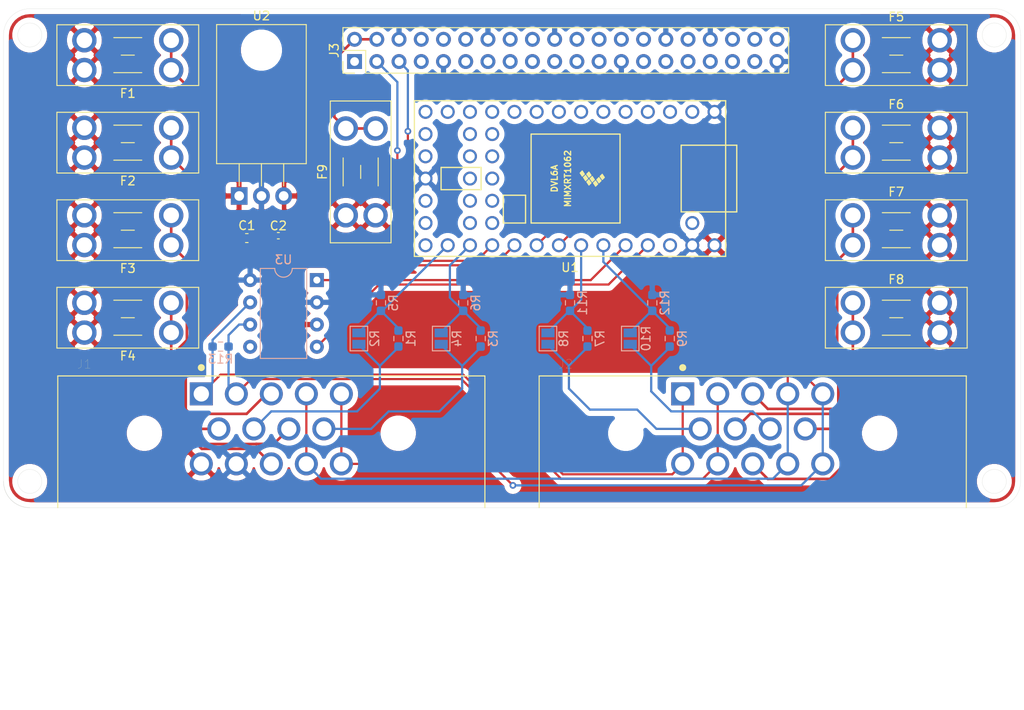
<source format=kicad_pcb>
(kicad_pcb (version 20171130) (host pcbnew "(5.1.9)-1")
  (layers (0 F.Cu signal) (31 B.Cu signal) (34 B.Paste user) (35 F.Paste user) (36 B.SilkS user) (37 F.SilkS user) (38 B.Mask user) (39 F.Mask user) (44 Edge.Cuts user))
  (net 0 "")
  (net 1 GND)
  (net 2 +5V)
  (net 3 "Net-(F1-Pad1)")
  (net 4 12V_SUPPLY)
  (net 5 "Net-(F2-Pad1)")
  (net 6 "Net-(F3-Pad1)")
  (net 7 "Net-(F4-Pad1)")
  (net 8 "Net-(F5-Pad1)")
  (net 9 "Net-(F6-Pad1)")
  (net 10 "Net-(F7-Pad1)")
  (net 11 "Net-(F8-Pad1)")
  (net 12 SDA0)
  (net 13 SCL0)
  (net 14 AIN2)
  (net 15 AIN1)
  (net 16 CAN_Low)
  (net 17 CAN_High)
  (net 18 AIN3)
  (net 19 AIN4)
  (net 20 "Net-(J3-Pad1)")
  (net 21 SDA1)
  (net 22 SCL1)
  (net 23 "Net-(J3-Pad7)")
  (net 24 "Net-(J3-Pad8)")
  (net 25 "Net-(J3-Pad10)")
  (net 26 "Net-(J3-Pad11)")
  (net 27 "Net-(J3-Pad12)")
  (net 28 "Net-(J3-Pad13)")
  (net 29 "Net-(J3-Pad15)")
  (net 30 "Net-(J3-Pad16)")
  (net 31 "Net-(J3-Pad17)")
  (net 32 "Net-(J3-Pad18)")
  (net 33 "Net-(J3-Pad19)")
  (net 34 "Net-(J3-Pad21)")
  (net 35 "Net-(J3-Pad22)")
  (net 36 "Net-(J3-Pad23)")
  (net 37 "Net-(J3-Pad24)")
  (net 38 "Net-(J3-Pad26)")
  (net 39 "Net-(J3-Pad27)")
  (net 40 "Net-(J3-Pad28)")
  (net 41 "Net-(J3-Pad29)")
  (net 42 "Net-(J3-Pad31)")
  (net 43 "Net-(J3-Pad32)")
  (net 44 "Net-(J3-Pad33)")
  (net 45 "Net-(J3-Pad35)")
  (net 46 "Net-(J3-Pad36)")
  (net 47 "Net-(J3-Pad37)")
  (net 48 "Net-(J3-Pad38)")
  (net 49 "Net-(J3-Pad40)")
  (net 50 AIN1_Teensy)
  (net 51 AIN2_Teensy)
  (net 52 AIN3_Teensy)
  (net 53 AIN4_Teensy)
  (net 54 "Net-(U1-Pad18)")
  (net 55 "Net-(U1-Pad19)")
  (net 56 "Net-(U1-Pad20)")
  (net 57 "Net-(U1-Pad16)")
  (net 58 "Net-(U1-Pad15)")
  (net 59 "Net-(U1-Pad14)")
  (net 60 CAN_TX)
  (net 61 CAN_RX)
  (net 62 "Net-(U1-Pad31)")
  (net 63 "Net-(U1-Pad34)")
  (net 64 "Net-(U1-Pad13)")
  (net 65 "Net-(U1-Pad12)")
  (net 66 "Net-(U1-Pad11)")
  (net 67 "Net-(U1-Pad10)")
  (net 68 "Net-(U1-Pad9)")
  (net 69 "Net-(U1-Pad8)")
  (net 70 "Net-(U1-Pad7)")
  (net 71 "Net-(U1-Pad6)")
  (net 72 "Net-(U1-Pad5)")
  (net 73 "Net-(U1-Pad4)")
  (net 74 "Net-(U1-Pad3)")
  (net 75 "Net-(U1-Pad2)")
  (net 76 "Net-(U1-Pad35)")
  (net 77 "Net-(U1-Pad36)")
  (net 78 "Net-(U1-Pad37)")
  (net 79 "Net-(U1-Pad38)")
  (net 80 "Net-(U1-Pad39)")
  (net 81 "Net-(U1-Pad40)")
  (net 82 "Net-(U1-Pad41)")
  (net 83 "Net-(U1-Pad42)")
  (net 84 "Net-(U1-Pad43)")
  (net 85 "Net-(U1-Pad44)")
  (net 86 "Net-(U3-Pad5)")
  (net 87 "Net-(F9-Pad2)")
  (module TE-Connectivity_TE_776266-1:TE_776266-1 (layer F.Cu) (at 155 125)
    (fp_text reference J2 (at -21.366425 -7.399335) (layer F.SilkS) (effects (font (size 1.001945 1.001945) (thickness 0.015))))
    (fp_text value Conn_01x14_Male)
    (pad None np_thru_hole circle (at 14.5 0.5) (size 2.85 2.85) (drill 2.85) (layers *.Cu *.Mask))
    (pad None np_thru_hole circle (at -14.5 0.5) (size 2.85 2.85) (drill 2.85) (layers *.Cu *.Mask))
    (pad 14 thru_hole circle (at 8 4) (size 2.625 2.625) (drill 1.75) (layers *.Cu *.Mask) (net 12 SDA0))
    (pad 13 thru_hole circle (at 4 4) (size 2.625 2.625) (drill 1.75) (layers *.Cu *.Mask) (net 13 SCL0))
    (pad 12 thru_hole circle (at 0 4) (size 2.625 2.625) (drill 1.75) (layers *.Cu *.Mask) (net 11 "Net-(F8-Pad1)"))
    (pad 11 thru_hole circle (at -4 4) (size 2.625 2.625) (drill 1.75) (layers *.Cu *.Mask) (net 16 CAN_Low))
    (pad 10 thru_hole circle (at -8 4) (size 2.625 2.625) (drill 1.75) (layers *.Cu *.Mask) (net 17 CAN_High))
    (pad 9 thru_hole circle (at 6 0) (size 2.625 2.625) (drill 1.75) (layers *.Cu *.Mask) (net 10 "Net-(F7-Pad1)"))
    (pad 8 thru_hole circle (at 2 0) (size 2.625 2.625) (drill 1.75) (layers *.Cu *.Mask) (net 19 AIN4))
    (pad 7 thru_hole circle (at -2 0) (size 2.625 2.625) (drill 1.75) (layers *.Cu *.Mask) (net 9 "Net-(F6-Pad1)"))
    (pad 6 thru_hole circle (at -6 0) (size 2.625 2.625) (drill 1.75) (layers *.Cu *.Mask) (net 18 AIN3))
    (pad 5 thru_hole circle (at 8 -4) (size 2.625 2.625) (drill 1.75) (layers *.Cu *.Mask) (net 12 SDA0))
    (pad 4 thru_hole circle (at 4 -4) (size 2.625 2.625) (drill 1.75) (layers *.Cu *.Mask) (net 13 SCL0))
    (pad 3 thru_hole circle (at 0 -4) (size 2.625 2.625) (drill 1.75) (layers *.Cu *.Mask) (net 8 "Net-(F5-Pad1)"))
    (pad 2 thru_hole circle (at -4 -4) (size 2.625 2.625) (drill 1.75) (layers *.Cu *.Mask) (net 16 CAN_Low))
    (pad 1 thru_hole rect (at -8 -4) (size 2.625 2.625) (drill 1.75) (layers *.Cu *.Mask) (net 17 CAN_High))
  )
  (module TE-Connectivity_TE_776266-1:TE_776266-1 (layer F.Cu) (at 100 125)
    (fp_text reference J1 (at -21.366425 -7.399335) (layer F.SilkS) (effects (font (size 1.001945 1.001945) (thickness 0.015))))
    (fp_text value Conn_01x14_Male)
    (pad None np_thru_hole circle (at 14.5 0.5) (size 2.85 2.85) (drill 2.85) (layers *.Cu *.Mask))
    (pad None np_thru_hole circle (at -14.5 0.5) (size 2.85 2.85) (drill 2.85) (layers *.Cu *.Mask))
    (pad 14 thru_hole circle (at 8 4) (size 2.625 2.625) (drill 1.75) (layers *.Cu *.Mask) (net 12 SDA0))
    (pad 13 thru_hole circle (at 4 4) (size 2.625 2.625) (drill 1.75) (layers *.Cu *.Mask) (net 13 SCL0))
    (pad 12 thru_hole circle (at 0 4) (size 2.625 2.625) (drill 1.75) (layers *.Cu *.Mask) (net 7 "Net-(F4-Pad1)"))
    (pad 11 thru_hole circle (at -4 4) (size 2.625 2.625) (drill 1.75) (layers *.Cu *.Mask) (net 1 GND))
    (pad 10 thru_hole circle (at -8 4) (size 2.625 2.625) (drill 1.75) (layers *.Cu *.Mask) (net 4 12V_SUPPLY))
    (pad 9 thru_hole circle (at 6 0) (size 2.625 2.625) (drill 1.75) (layers *.Cu *.Mask) (net 14 AIN2))
    (pad 8 thru_hole circle (at 2 0) (size 2.625 2.625) (drill 1.75) (layers *.Cu *.Mask) (net 6 "Net-(F3-Pad1)"))
    (pad 7 thru_hole circle (at -2 0) (size 2.625 2.625) (drill 1.75) (layers *.Cu *.Mask) (net 15 AIN1))
    (pad 6 thru_hole circle (at -6 0) (size 2.625 2.625) (drill 1.75) (layers *.Cu *.Mask) (net 5 "Net-(F2-Pad1)"))
    (pad 5 thru_hole circle (at 8 -4) (size 2.625 2.625) (drill 1.75) (layers *.Cu *.Mask) (net 12 SDA0))
    (pad 4 thru_hole circle (at 4 -4) (size 2.625 2.625) (drill 1.75) (layers *.Cu *.Mask) (net 13 SCL0))
    (pad 3 thru_hole circle (at 0 -4) (size 2.625 2.625) (drill 1.75) (layers *.Cu *.Mask) (net 3 "Net-(F1-Pad1)"))
    (pad 2 thru_hole circle (at -4 -4) (size 2.625 2.625) (drill 1.75) (layers *.Cu *.Mask) (net 16 CAN_Low))
    (pad 1 thru_hole rect (at -8 -4) (size 2.625 2.625) (drill 1.75) (layers *.Cu *.Mask) (net 17 CAN_High))
  )
  (module Capacitor_SMD:C_0603_1608Metric_Pad1.08x0.95mm_HandSolder (layer F.Cu) (at 97.2 103.2)
    (fp_text reference C1 (at 0 -1.43) (layer F.SilkS))
    (fp_text value 0.33uF)
    (pad 1 smd roundrect (at -0.8625 0) (size 1.075 0.95) (layers F.Cu F.Paste F.Mask) (net 4 12V_SUPPLY))
    (pad 2 smd roundrect (at 0.8625 0) (size 1.075 0.95) (layers F.Cu F.Paste F.Mask) (net 1 GND))
  )
  (module Capacitor_SMD:C_0402_1005Metric_Pad0.74x0.62mm_HandSolder (layer F.Cu) (at 100.8 102.93 180)
    (fp_text reference C2 (at 0 1.13) (layer F.SilkS))
    (fp_text value 0.1uF)
    (pad 1 smd roundrect (at -0.5675 0 180) (size 0.735 0.62) (layers F.Cu F.Paste F.Mask) (net 2 +5V))
    (pad 2 smd roundrect (at 0.5675 0 180) (size 0.735 0.62) (layers F.Cu F.Paste F.Mask) (net 1 GND))
  )
  (module Fuse:Fuseholder_Blade_Mini_Keystone_3568 (layer F.Cu) (at 88.56 84 180)
    (fp_text reference F1 (at 4.96 -2.67) (layer F.SilkS))
    (fp_text value DIN1_FUSE)
    (pad 1 thru_hole circle (at 0 0 180) (size 2.78 2.78) (drill 1.78) (layers *.Cu *.Mask) (net 3 "Net-(F1-Pad1)"))
    (pad 1 thru_hole circle (at 0 3.4 180) (size 2.78 2.78) (drill 1.78) (layers *.Cu *.Mask) (net 3 "Net-(F1-Pad1)"))
    (pad 2 thru_hole circle (at 9.92 0 180) (size 2.78 2.78) (drill 1.78) (layers *.Cu *.Mask) (net 4 12V_SUPPLY))
    (pad 2 thru_hole circle (at 9.92 3.4 180) (size 2.78 2.78) (drill 1.78) (layers *.Cu *.Mask) (net 4 12V_SUPPLY))
  )
  (module Fuse:Fuseholder_Blade_Mini_Keystone_3568 (layer F.Cu) (at 88.56 94 180)
    (fp_text reference F2 (at 4.96 -2.67) (layer F.SilkS))
    (fp_text value AIN1_FUSE)
    (pad 2 thru_hole circle (at 9.92 3.4 180) (size 2.78 2.78) (drill 1.78) (layers *.Cu *.Mask) (net 4 12V_SUPPLY))
    (pad 2 thru_hole circle (at 9.92 0 180) (size 2.78 2.78) (drill 1.78) (layers *.Cu *.Mask) (net 4 12V_SUPPLY))
    (pad 1 thru_hole circle (at 0 3.4 180) (size 2.78 2.78) (drill 1.78) (layers *.Cu *.Mask) (net 5 "Net-(F2-Pad1)"))
    (pad 1 thru_hole circle (at 0 0 180) (size 2.78 2.78) (drill 1.78) (layers *.Cu *.Mask) (net 5 "Net-(F2-Pad1)"))
  )
  (module Fuse:Fuseholder_Blade_Mini_Keystone_3568 (layer F.Cu) (at 88.56 104 180)
    (fp_text reference F3 (at 4.96 -2.67) (layer F.SilkS))
    (fp_text value AIN2_FUSE)
    (pad 1 thru_hole circle (at 0 0 180) (size 2.78 2.78) (drill 1.78) (layers *.Cu *.Mask) (net 6 "Net-(F3-Pad1)"))
    (pad 1 thru_hole circle (at 0 3.4 180) (size 2.78 2.78) (drill 1.78) (layers *.Cu *.Mask) (net 6 "Net-(F3-Pad1)"))
    (pad 2 thru_hole circle (at 9.92 0 180) (size 2.78 2.78) (drill 1.78) (layers *.Cu *.Mask) (net 4 12V_SUPPLY))
    (pad 2 thru_hole circle (at 9.92 3.4 180) (size 2.78 2.78) (drill 1.78) (layers *.Cu *.Mask) (net 4 12V_SUPPLY))
  )
  (module Fuse:Fuseholder_Blade_Mini_Keystone_3568 (layer F.Cu) (at 88.56 114 180)
    (fp_text reference F4 (at 4.96 -2.67) (layer F.SilkS))
    (fp_text value DIN2_FUSE)
    (pad 2 thru_hole circle (at 9.92 3.4 180) (size 2.78 2.78) (drill 1.78) (layers *.Cu *.Mask) (net 4 12V_SUPPLY))
    (pad 2 thru_hole circle (at 9.92 0 180) (size 2.78 2.78) (drill 1.78) (layers *.Cu *.Mask) (net 4 12V_SUPPLY))
    (pad 1 thru_hole circle (at 0 3.4 180) (size 2.78 2.78) (drill 1.78) (layers *.Cu *.Mask) (net 7 "Net-(F4-Pad1)"))
    (pad 1 thru_hole circle (at 0 0 180) (size 2.78 2.78) (drill 1.78) (layers *.Cu *.Mask) (net 7 "Net-(F4-Pad1)"))
  )
  (module Fuse:Fuseholder_Blade_Mini_Keystone_3568 (layer F.Cu) (at 166.44 80.6)
    (fp_text reference F5 (at 4.96 -2.67) (layer F.SilkS))
    (fp_text value DIN3_Fuse)
    (pad 1 thru_hole circle (at 0 0) (size 2.78 2.78) (drill 1.78) (layers *.Cu *.Mask) (net 8 "Net-(F5-Pad1)"))
    (pad 1 thru_hole circle (at 0 3.4) (size 2.78 2.78) (drill 1.78) (layers *.Cu *.Mask) (net 8 "Net-(F5-Pad1)"))
    (pad 2 thru_hole circle (at 9.92 0) (size 2.78 2.78) (drill 1.78) (layers *.Cu *.Mask) (net 4 12V_SUPPLY))
    (pad 2 thru_hole circle (at 9.92 3.4) (size 2.78 2.78) (drill 1.78) (layers *.Cu *.Mask) (net 4 12V_SUPPLY))
  )
  (module Fuse:Fuseholder_Blade_Mini_Keystone_3568 (layer F.Cu) (at 166.44 90.6)
    (fp_text reference F6 (at 4.96 -2.67) (layer F.SilkS))
    (fp_text value AIN3_FUSE)
    (pad 2 thru_hole circle (at 9.92 3.4) (size 2.78 2.78) (drill 1.78) (layers *.Cu *.Mask) (net 4 12V_SUPPLY))
    (pad 2 thru_hole circle (at 9.92 0) (size 2.78 2.78) (drill 1.78) (layers *.Cu *.Mask) (net 4 12V_SUPPLY))
    (pad 1 thru_hole circle (at 0 3.4) (size 2.78 2.78) (drill 1.78) (layers *.Cu *.Mask) (net 9 "Net-(F6-Pad1)"))
    (pad 1 thru_hole circle (at 0 0) (size 2.78 2.78) (drill 1.78) (layers *.Cu *.Mask) (net 9 "Net-(F6-Pad1)"))
  )
  (module Fuse:Fuseholder_Blade_Mini_Keystone_3568 (layer F.Cu) (at 166.44 100.6)
    (fp_text reference F7 (at 4.96 -2.67) (layer F.SilkS))
    (fp_text value AIN4_FUSE)
    (pad 1 thru_hole circle (at 0 0) (size 2.78 2.78) (drill 1.78) (layers *.Cu *.Mask) (net 10 "Net-(F7-Pad1)"))
    (pad 1 thru_hole circle (at 0 3.4) (size 2.78 2.78) (drill 1.78) (layers *.Cu *.Mask) (net 10 "Net-(F7-Pad1)"))
    (pad 2 thru_hole circle (at 9.92 0) (size 2.78 2.78) (drill 1.78) (layers *.Cu *.Mask) (net 4 12V_SUPPLY))
    (pad 2 thru_hole circle (at 9.92 3.4) (size 2.78 2.78) (drill 1.78) (layers *.Cu *.Mask) (net 4 12V_SUPPLY))
  )
  (module Fuse:Fuseholder_Blade_Mini_Keystone_3568 (layer F.Cu) (at 166.44 110.6)
    (fp_text reference F8 (at 4.96 -2.67) (layer F.SilkS))
    (fp_text value DIN4_FUSE)
    (pad 2 thru_hole circle (at 9.92 3.4) (size 2.78 2.78) (drill 1.78) (layers *.Cu *.Mask) (net 4 12V_SUPPLY))
    (pad 2 thru_hole circle (at 9.92 0) (size 2.78 2.78) (drill 1.78) (layers *.Cu *.Mask) (net 4 12V_SUPPLY))
    (pad 1 thru_hole circle (at 0 3.4) (size 2.78 2.78) (drill 1.78) (layers *.Cu *.Mask) (net 11 "Net-(F8-Pad1)"))
    (pad 1 thru_hole circle (at 0 0) (size 2.78 2.78) (drill 1.78) (layers *.Cu *.Mask) (net 11 "Net-(F8-Pad1)"))
  )
  (module Fuse:Fuseholder_Blade_Mini_Keystone_3568 (layer F.Cu) (at 108.5075 100.6 90)
    (fp_text reference F9 (at 4.96 -2.67 90) (layer F.SilkS))
    (fp_text value RPi_FUSE)
    (pad 2 thru_hole circle (at 9.92 3.4 90) (size 2.78 2.78) (drill 1.78) (layers *.Cu *.Mask) (net 87 "Net-(F9-Pad2)"))
    (pad 2 thru_hole circle (at 9.92 0 90) (size 2.78 2.78) (drill 1.78) (layers *.Cu *.Mask) (net 87 "Net-(F9-Pad2)"))
    (pad 1 thru_hole circle (at 0 3.4 90) (size 2.78 2.78) (drill 1.78) (layers *.Cu *.Mask) (net 2 +5V))
    (pad 1 thru_hole circle (at 0 0 90) (size 2.78 2.78) (drill 1.78) (layers *.Cu *.Mask) (net 2 +5V))
  )
  (module Connector_PinHeader_2.54mm:PinHeader_2x20_P2.54mm_Vertical (layer F.Cu) (at 109.51 83.03 90)
    (fp_text reference J3 (at 1.27 -2.33 90) (layer F.SilkS))
    (fp_text value Conn_02x20_Odd_Even_RPi)
    (pad 40 thru_hole oval (at 2.54 48.26 90) (size 1.7 1.7) (drill 1) (layers *.Cu *.Mask) (net 49 "Net-(J3-Pad40)"))
    (pad 39 thru_hole oval (at 0 48.26 90) (size 1.7 1.7) (drill 1) (layers *.Cu *.Mask) (net 1 GND))
    (pad 38 thru_hole oval (at 2.54 45.72 90) (size 1.7 1.7) (drill 1) (layers *.Cu *.Mask) (net 48 "Net-(J3-Pad38)"))
    (pad 37 thru_hole oval (at 0 45.72 90) (size 1.7 1.7) (drill 1) (layers *.Cu *.Mask) (net 47 "Net-(J3-Pad37)"))
    (pad 36 thru_hole oval (at 2.54 43.18 90) (size 1.7 1.7) (drill 1) (layers *.Cu *.Mask) (net 46 "Net-(J3-Pad36)"))
    (pad 35 thru_hole oval (at 0 43.18 90) (size 1.7 1.7) (drill 1) (layers *.Cu *.Mask) (net 45 "Net-(J3-Pad35)"))
    (pad 34 thru_hole oval (at 2.54 40.64 90) (size 1.7 1.7) (drill 1) (layers *.Cu *.Mask) (net 1 GND))
    (pad 33 thru_hole oval (at 0 40.64 90) (size 1.7 1.7) (drill 1) (layers *.Cu *.Mask) (net 44 "Net-(J3-Pad33)"))
    (pad 32 thru_hole oval (at 2.54 38.1 90) (size 1.7 1.7) (drill 1) (layers *.Cu *.Mask) (net 43 "Net-(J3-Pad32)"))
    (pad 31 thru_hole oval (at 0 38.1 90) (size 1.7 1.7) (drill 1) (layers *.Cu *.Mask) (net 42 "Net-(J3-Pad31)"))
    (pad 30 thru_hole oval (at 2.54 35.56 90) (size 1.7 1.7) (drill 1) (layers *.Cu *.Mask) (net 1 GND))
    (pad 29 thru_hole oval (at 0 35.56 90) (size 1.7 1.7) (drill 1) (layers *.Cu *.Mask) (net 41 "Net-(J3-Pad29)"))
    (pad 28 thru_hole oval (at 2.54 33.02 90) (size 1.7 1.7) (drill 1) (layers *.Cu *.Mask) (net 40 "Net-(J3-Pad28)"))
    (pad 27 thru_hole oval (at 0 33.02 90) (size 1.7 1.7) (drill 1) (layers *.Cu *.Mask) (net 39 "Net-(J3-Pad27)"))
    (pad 26 thru_hole oval (at 2.54 30.48 90) (size 1.7 1.7) (drill 1) (layers *.Cu *.Mask) (net 38 "Net-(J3-Pad26)"))
    (pad 25 thru_hole oval (at 0 30.48 90) (size 1.7 1.7) (drill 1) (layers *.Cu *.Mask) (net 1 GND))
    (pad 24 thru_hole oval (at 2.54 27.94 90) (size 1.7 1.7) (drill 1) (layers *.Cu *.Mask) (net 37 "Net-(J3-Pad24)"))
    (pad 23 thru_hole oval (at 0 27.94 90) (size 1.7 1.7) (drill 1) (layers *.Cu *.Mask) (net 36 "Net-(J3-Pad23)"))
    (pad 22 thru_hole oval (at 2.54 25.4 90) (size 1.7 1.7) (drill 1) (layers *.Cu *.Mask) (net 35 "Net-(J3-Pad22)"))
    (pad 21 thru_hole oval (at 0 25.4 90) (size 1.7 1.7) (drill 1) (layers *.Cu *.Mask) (net 34 "Net-(J3-Pad21)"))
    (pad 20 thru_hole oval (at 2.54 22.86 90) (size 1.7 1.7) (drill 1) (layers *.Cu *.Mask) (net 1 GND))
    (pad 19 thru_hole oval (at 0 22.86 90) (size 1.7 1.7) (drill 1) (layers *.Cu *.Mask) (net 33 "Net-(J3-Pad19)"))
    (pad 18 thru_hole oval (at 2.54 20.32 90) (size 1.7 1.7) (drill 1) (layers *.Cu *.Mask) (net 32 "Net-(J3-Pad18)"))
    (pad 17 thru_hole oval (at 0 20.32 90) (size 1.7 1.7) (drill 1) (layers *.Cu *.Mask) (net 31 "Net-(J3-Pad17)"))
    (pad 16 thru_hole oval (at 2.54 17.78 90) (size 1.7 1.7) (drill 1) (layers *.Cu *.Mask) (net 30 "Net-(J3-Pad16)"))
    (pad 15 thru_hole oval (at 0 17.78 90) (size 1.7 1.7) (drill 1) (layers *.Cu *.Mask) (net 29 "Net-(J3-Pad15)"))
    (pad 14 thru_hole oval (at 2.54 15.24 90) (size 1.7 1.7) (drill 1) (layers *.Cu *.Mask) (net 1 GND))
    (pad 13 thru_hole oval (at 0 15.24 90) (size 1.7 1.7) (drill 1) (layers *.Cu *.Mask) (net 28 "Net-(J3-Pad13)"))
    (pad 12 thru_hole oval (at 2.54 12.7 90) (size 1.7 1.7) (drill 1) (layers *.Cu *.Mask) (net 27 "Net-(J3-Pad12)"))
    (pad 11 thru_hole oval (at 0 12.7 90) (size 1.7 1.7) (drill 1) (layers *.Cu *.Mask) (net 26 "Net-(J3-Pad11)"))
    (pad 10 thru_hole oval (at 2.54 10.16 90) (size 1.7 1.7) (drill 1) (layers *.Cu *.Mask) (net 25 "Net-(J3-Pad10)"))
    (pad 9 thru_hole oval (at 0 10.16 90) (size 1.7 1.7) (drill 1) (layers *.Cu *.Mask) (net 1 GND))
    (pad 8 thru_hole oval (at 2.54 7.62 90) (size 1.7 1.7) (drill 1) (layers *.Cu *.Mask) (net 24 "Net-(J3-Pad8)"))
    (pad 7 thru_hole oval (at 0 7.62 90) (size 1.7 1.7) (drill 1) (layers *.Cu *.Mask) (net 23 "Net-(J3-Pad7)"))
    (pad 6 thru_hole oval (at 2.54 5.08 90) (size 1.7 1.7) (drill 1) (layers *.Cu *.Mask) (net 1 GND))
    (pad 5 thru_hole oval (at 0 5.08 90) (size 1.7 1.7) (drill 1) (layers *.Cu *.Mask) (net 22 SCL1))
    (pad 4 thru_hole oval (at 2.54 2.54 90) (size 1.7 1.7) (drill 1) (layers *.Cu *.Mask) (net 87 "Net-(F9-Pad2)"))
    (pad 3 thru_hole oval (at 0 2.54 90) (size 1.7 1.7) (drill 1) (layers *.Cu *.Mask) (net 21 SDA1))
    (pad 2 thru_hole oval (at 2.54 0 90) (size 1.7 1.7) (drill 1) (layers *.Cu *.Mask) (net 87 "Net-(F9-Pad2)"))
    (pad 1 thru_hole rect (at 0 0 90) (size 1.7 1.7) (drill 1) (layers *.Cu *.Mask) (net 20 "Net-(J3-Pad1)"))
  )
  (module Resistor_SMD:R_0603_1608Metric_Pad0.98x0.95mm_HandSolder (layer B.Cu) (at 114.52 114.68 90)
    (fp_text reference R1 (at 0 1.43 270) (layer B.SilkS) (effects (justify mirror)))
    (fp_text value 59k)
    (pad 2 smd roundrect (at 0.9125 0 90) (size 0.975 0.95) (layers B.Cu B.Paste B.Mask) (net 50 AIN1_Teensy))
    (pad 1 smd roundrect (at -0.9125 0 90) (size 0.975 0.95) (layers B.Cu B.Paste B.Mask) (net 15 AIN1))
  )
  (module Resistor_SMD:R_0603_1608Metric_Pad0.98x0.95mm_HandSolder (layer B.Cu) (at 123.92 114.68 90)
    (fp_text reference R3 (at 0 1.43 270) (layer B.SilkS) (effects (justify mirror)))
    (fp_text value 59k)
    (pad 1 smd roundrect (at -0.9125 0 90) (size 0.975 0.95) (layers B.Cu B.Paste B.Mask) (net 14 AIN2))
    (pad 2 smd roundrect (at 0.9125 0 90) (size 0.975 0.95) (layers B.Cu B.Paste B.Mask) (net 51 AIN2_Teensy))
  )
  (module Resistor_SMD:R_0603_1608Metric_Pad0.98x0.95mm_HandSolder (layer B.Cu) (at 112.525 110.6 90)
    (fp_text reference R5 (at 0 1.43 90) (layer B.SilkS) (effects (justify mirror)))
    (fp_text value 22k)
    (pad 1 smd roundrect (at -0.9125 0 90) (size 0.975 0.95) (layers B.Cu B.Paste B.Mask) (net 50 AIN1_Teensy))
    (pad 2 smd roundrect (at 0.9125 0 90) (size 0.975 0.95) (layers B.Cu B.Paste B.Mask) (net 1 GND))
  )
  (module Resistor_SMD:R_0603_1608Metric_Pad0.98x0.95mm_HandSolder (layer B.Cu) (at 121.925 110.6 90)
    (fp_text reference R6 (at 0 1.43 90) (layer B.SilkS) (effects (justify mirror)))
    (fp_text value 22k)
    (pad 2 smd roundrect (at 0.9125 0 90) (size 0.975 0.95) (layers B.Cu B.Paste B.Mask) (net 1 GND))
    (pad 1 smd roundrect (at -0.9125 0 90) (size 0.975 0.95) (layers B.Cu B.Paste B.Mask) (net 51 AIN2_Teensy))
  )
  (module Resistor_SMD:R_0603_1608Metric_Pad0.98x0.95mm_HandSolder (layer B.Cu) (at 136.12 114.68 90)
    (fp_text reference R7 (at 0 1.43 270) (layer B.SilkS) (effects (justify mirror)))
    (fp_text value 59k)
    (pad 1 smd roundrect (at -0.9125 0 90) (size 0.975 0.95) (layers B.Cu B.Paste B.Mask) (net 18 AIN3))
    (pad 2 smd roundrect (at 0.9125 0 90) (size 0.975 0.95) (layers B.Cu B.Paste B.Mask) (net 52 AIN3_Teensy))
  )
  (module Resistor_SMD:R_0603_1608Metric_Pad0.98x0.95mm_HandSolder (layer B.Cu) (at 145.52 114.68 90)
    (fp_text reference R9 (at 0 1.43 270) (layer B.SilkS) (effects (justify mirror)))
    (fp_text value 59k)
    (pad 1 smd roundrect (at -0.9125 0 90) (size 0.975 0.95) (layers B.Cu B.Paste B.Mask) (net 19 AIN4))
    (pad 2 smd roundrect (at 0.9125 0 90) (size 0.975 0.95) (layers B.Cu B.Paste B.Mask) (net 53 AIN4_Teensy))
  )
  (module Resistor_SMD:R_0603_1608Metric_Pad0.98x0.95mm_HandSolder (layer B.Cu) (at 134.125 110.6 90)
    (fp_text reference R11 (at 0 1.43 90) (layer B.SilkS) (effects (justify mirror)))
    (fp_text value 22k)
    (pad 2 smd roundrect (at 0.9125 0 90) (size 0.975 0.95) (layers B.Cu B.Paste B.Mask) (net 1 GND))
    (pad 1 smd roundrect (at -0.9125 0 90) (size 0.975 0.95) (layers B.Cu B.Paste B.Mask) (net 52 AIN3_Teensy))
  )
  (module Resistor_SMD:R_0603_1608Metric_Pad0.98x0.95mm_HandSolder (layer B.Cu) (at 143.525 110.6 90)
    (fp_text reference R12 (at 0 1.43 90) (layer B.SilkS) (effects (justify mirror)))
    (fp_text value 22k)
    (pad 2 smd roundrect (at 0.9125 0 90) (size 0.975 0.95) (layers B.Cu B.Paste B.Mask) (net 1 GND))
    (pad 1 smd roundrect (at -0.9125 0 90) (size 0.975 0.95) (layers B.Cu B.Paste B.Mask) (net 53 AIN4_Teensy))
  )
  (module Resistor_SMD:R_0603_1608Metric_Pad0.98x0.95mm_HandSolder (layer B.Cu) (at 94.2 115.6)
    (fp_text reference R13 (at 0 1.43 180) (layer B.SilkS) (effects (justify mirror)))
    (fp_text value 120)
    (pad 1 smd roundrect (at -0.9125 0) (size 0.975 0.95) (layers B.Cu B.Paste B.Mask) (net 17 CAN_High))
    (pad 2 smd roundrect (at 0.9125 0) (size 0.975 0.95) (layers B.Cu B.Paste B.Mask) (net 16 CAN_Low))
  )
  (module teensy:Teensy40 (layer F.Cu) (at 134.125 96.4 180)
    (fp_text reference U1 (at 0 -10.16) (layer F.SilkS))
    (fp_text value Teensy4.0)
    (fp_text user MIMXRT1062 (at 0.254 0 90) (layer F.SilkS) (effects (font (size 0.7 0.7))))
    (fp_text user DVL6A (at 1.778 0 90) (layer F.SilkS) (effects (font (size 0.7 0.7))))
    (pad 17 thru_hole circle (at 16.51 0 180) (size 1.6 1.6) (drill 1.1) (layers *.Cu *.Mask) (net 1 GND))
    (pad 18 thru_hole circle (at 16.51 -2.54 180) (size 1.6 1.6) (drill 1.1) (layers *.Cu *.Mask) (net 54 "Net-(U1-Pad18)"))
    (pad 19 thru_hole circle (at 16.51 -5.08 180) (size 1.6 1.6) (drill 1.1) (layers *.Cu *.Mask) (net 55 "Net-(U1-Pad19)"))
    (pad 20 thru_hole circle (at 16.51 -7.62 180) (size 1.6 1.6) (drill 1.1) (layers *.Cu *.Mask) (net 56 "Net-(U1-Pad20)"))
    (pad 16 thru_hole circle (at 16.51 2.54 180) (size 1.6 1.6) (drill 1.1) (layers *.Cu *.Mask) (net 57 "Net-(U1-Pad16)"))
    (pad 15 thru_hole circle (at 16.51 5.08 180) (size 1.6 1.6) (drill 1.1) (layers *.Cu *.Mask) (net 58 "Net-(U1-Pad15)"))
    (pad 14 thru_hole circle (at 16.51 7.62 180) (size 1.6 1.6) (drill 1.1) (layers *.Cu *.Mask) (net 59 "Net-(U1-Pad14)"))
    (pad 21 thru_hole circle (at 13.97 -7.62 180) (size 1.6 1.6) (drill 1.1) (layers *.Cu *.Mask) (net 50 AIN1_Teensy))
    (pad 22 thru_hole circle (at 11.43 -7.62 180) (size 1.6 1.6) (drill 1.1) (layers *.Cu *.Mask) (net 51 AIN2_Teensy))
    (pad 23 thru_hole circle (at 8.89 -7.62 180) (size 1.6 1.6) (drill 1.1) (layers *.Cu *.Mask) (net 22 SCL1))
    (pad 24 thru_hole circle (at 6.35 -7.62 180) (size 1.6 1.6) (drill 1.1) (layers *.Cu *.Mask) (net 21 SDA1))
    (pad 25 thru_hole circle (at 3.81 -7.62 180) (size 1.6 1.6) (drill 1.1) (layers *.Cu *.Mask) (net 12 SDA0))
    (pad 26 thru_hole circle (at 1.27 -7.62 180) (size 1.6 1.6) (drill 1.1) (layers *.Cu *.Mask) (net 13 SCL0))
    (pad 27 thru_hole circle (at -1.27 -7.62 180) (size 1.6 1.6) (drill 1.1) (layers *.Cu *.Mask) (net 52 AIN3_Teensy))
    (pad 28 thru_hole circle (at -3.81 -7.62 180) (size 1.6 1.6) (drill 1.1) (layers *.Cu *.Mask) (net 53 AIN4_Teensy))
    (pad 29 thru_hole circle (at -6.35 -7.62 180) (size 1.6 1.6) (drill 1.1) (layers *.Cu *.Mask) (net 60 CAN_TX))
    (pad 30 thru_hole circle (at -8.89 -7.62 180) (size 1.6 1.6) (drill 1.1) (layers *.Cu *.Mask) (net 61 CAN_RX))
    (pad 31 thru_hole circle (at -11.43 -7.62 180) (size 1.6 1.6) (drill 1.1) (layers *.Cu *.Mask) (net 62 "Net-(U1-Pad31)"))
    (pad 32 thru_hole circle (at -13.97 -7.62 180) (size 1.6 1.6) (drill 1.1) (layers *.Cu *.Mask) (net 1 GND))
    (pad 33 thru_hole circle (at -16.51 -7.62 180) (size 1.6 1.6) (drill 1.1) (layers *.Cu *.Mask) (net 2 +5V))
    (pad 34 thru_hole circle (at -13.97 -5.08 180) (size 1.6 1.6) (drill 1.1) (layers *.Cu *.Mask) (net 63 "Net-(U1-Pad34)"))
    (pad 13 thru_hole circle (at 13.97 7.62 180) (size 1.6 1.6) (drill 1.1) (layers *.Cu *.Mask) (net 64 "Net-(U1-Pad13)"))
    (pad 12 thru_hole circle (at 11.43 7.62 180) (size 1.6 1.6) (drill 1.1) (layers *.Cu *.Mask) (net 65 "Net-(U1-Pad12)"))
    (pad 11 thru_hole circle (at 8.89 7.62 180) (size 1.6 1.6) (drill 1.1) (layers *.Cu *.Mask) (net 66 "Net-(U1-Pad11)"))
    (pad 10 thru_hole circle (at 6.35 7.62 180) (size 1.6 1.6) (drill 1.1) (layers *.Cu *.Mask) (net 67 "Net-(U1-Pad10)"))
    (pad 9 thru_hole circle (at 3.81 7.62 180) (size 1.6 1.6) (drill 1.1) (layers *.Cu *.Mask) (net 68 "Net-(U1-Pad9)"))
    (pad 8 thru_hole circle (at 1.27 7.62 180) (size 1.6 1.6) (drill 1.1) (layers *.Cu *.Mask) (net 69 "Net-(U1-Pad8)"))
    (pad 7 thru_hole circle (at -1.27 7.62 180) (size 1.6 1.6) (drill 1.1) (layers *.Cu *.Mask) (net 70 "Net-(U1-Pad7)"))
    (pad 6 thru_hole circle (at -3.81 7.62 180) (size 1.6 1.6) (drill 1.1) (layers *.Cu *.Mask) (net 71 "Net-(U1-Pad6)"))
    (pad 5 thru_hole circle (at -6.35 7.62 180) (size 1.6 1.6) (drill 1.1) (layers *.Cu *.Mask) (net 72 "Net-(U1-Pad5)"))
    (pad 4 thru_hole circle (at -8.89 7.62 180) (size 1.6 1.6) (drill 1.1) (layers *.Cu *.Mask) (net 73 "Net-(U1-Pad4)"))
    (pad 3 thru_hole circle (at -11.43 7.62 180) (size 1.6 1.6) (drill 1.1) (layers *.Cu *.Mask) (net 74 "Net-(U1-Pad3)"))
    (pad 2 thru_hole circle (at -13.97 7.62 180) (size 1.6 1.6) (drill 1.1) (layers *.Cu *.Mask) (net 75 "Net-(U1-Pad2)"))
    (pad 1 thru_hole circle (at -16.51 7.62 180) (size 1.6 1.6) (drill 1.1) (layers *.Cu *.Mask) (net 1 GND))
    (pad 35 thru_hole circle (at 11.43 -5.08 180) (size 1.6 1.6) (drill 1.1) (layers *.Cu *.Mask) (net 76 "Net-(U1-Pad35)"))
    (pad 36 thru_hole circle (at 8.89 -5.08 180) (size 1.6 1.6) (drill 1.1) (layers *.Cu *.Mask) (net 77 "Net-(U1-Pad36)"))
    (pad 37 thru_hole circle (at 11.43 -2.54 180) (size 1.6 1.6) (drill 1.1) (layers *.Cu *.Mask) (net 78 "Net-(U1-Pad37)"))
    (pad 38 thru_hole circle (at 8.89 -2.54 180) (size 1.6 1.6) (drill 1.1) (layers *.Cu *.Mask) (net 79 "Net-(U1-Pad38)"))
    (pad 39 thru_hole circle (at 11.43 0 180) (size 1.6 1.6) (drill 1.1) (layers *.Cu *.Mask) (net 80 "Net-(U1-Pad39)"))
    (pad 40 thru_hole circle (at 8.89 0 180) (size 1.6 1.6) (drill 1.1) (layers *.Cu *.Mask) (net 81 "Net-(U1-Pad40)"))
    (pad 41 thru_hole circle (at 11.43 2.54 180) (size 1.6 1.6) (drill 1.1) (layers *.Cu *.Mask) (net 82 "Net-(U1-Pad41)"))
    (pad 42 thru_hole circle (at 8.89 2.54 180) (size 1.6 1.6) (drill 1.1) (layers *.Cu *.Mask) (net 83 "Net-(U1-Pad42)"))
    (pad 43 thru_hole circle (at 11.43 5.08 180) (size 1.6 1.6) (drill 1.1) (layers *.Cu *.Mask) (net 84 "Net-(U1-Pad43)"))
    (pad 44 thru_hole circle (at 8.89 5.08 180) (size 1.6 1.6) (drill 1.1) (layers *.Cu *.Mask) (net 85 "Net-(U1-Pad44)"))
  )
  (module Package_DIP:DIP-8_W7.62mm (layer B.Cu) (at 105.2 108 180)
    (fp_text reference U3 (at 3.81 2.33 180) (layer B.SilkS) (effects (justify mirror)))
    (fp_text value MCP2551-I-P)
    (pad 1 thru_hole rect (at 0 0 180) (size 1.6 1.6) (drill 0.8) (layers *.Cu *.Mask) (net 60 CAN_TX))
    (pad 5 thru_hole oval (at 7.62 -7.62 180) (size 1.6 1.6) (drill 0.8) (layers *.Cu *.Mask) (net 86 "Net-(U3-Pad5)"))
    (pad 2 thru_hole oval (at 0 -2.54 180) (size 1.6 1.6) (drill 0.8) (layers *.Cu *.Mask) (net 1 GND))
    (pad 6 thru_hole oval (at 7.62 -5.08 180) (size 1.6 1.6) (drill 0.8) (layers *.Cu *.Mask) (net 16 CAN_Low))
    (pad 3 thru_hole oval (at 0 -5.08 180) (size 1.6 1.6) (drill 0.8) (layers *.Cu *.Mask) (net 2 +5V))
    (pad 7 thru_hole oval (at 7.62 -2.54 180) (size 1.6 1.6) (drill 0.8) (layers *.Cu *.Mask) (net 17 CAN_High))
    (pad 4 thru_hole oval (at 0 -7.62 180) (size 1.6 1.6) (drill 0.8) (layers *.Cu *.Mask) (net 61 CAN_RX))
    (pad 8 thru_hole oval (at 7.62 0 180) (size 1.6 1.6) (drill 0.8) (layers *.Cu *.Mask) (net 1 GND))
  )
  (module Package_TO_SOT_THT:TO-220-3_Horizontal_TabDown (layer F.Cu) (at 96.33 98.39)
    (fp_text reference U2 (at 2.54 -20.58) (layer F.SilkS))
    (fp_text value LM7805_TO220)
    (pad 3 thru_hole oval (at 5.08 0) (size 1.905 2) (drill 1.1) (layers *.Cu *.Mask) (net 2 +5V))
    (pad 2 thru_hole oval (at 2.54 0) (size 1.905 2) (drill 1.1) (layers *.Cu *.Mask) (net 1 GND))
    (pad 1 thru_hole rect (at 0 0) (size 1.905 2) (drill 1.1) (layers *.Cu *.Mask) (net 4 12V_SUPPLY))
    (pad "" np_thru_hole oval (at 2.54 -16.66) (size 3.5 3.5) (drill 3.5) (layers *.Cu *.Mask))
  )
  (module Jumper:SolderJumper-2_P1.3mm_Open_Pad1.0x1.5mm (layer B.Cu) (at 131.605 114.68 90)
    (fp_text reference R8 (at 0 1.8 90) (layer B.SilkS) (effects (justify mirror)))
    (fp_text value 0)
    (pad 2 smd rect (at 0.65 0 90) (size 1 1.5) (layers B.Cu B.Mask) (net 52 AIN3_Teensy))
    (pad 1 smd rect (at -0.65 0 90) (size 1 1.5) (layers B.Cu B.Mask) (net 18 AIN3))
  )
  (module Jumper:SolderJumper-2_P1.3mm_Open_Pad1.0x1.5mm (layer B.Cu) (at 110.005 114.68 90)
    (fp_text reference R2 (at 0 1.8 90) (layer B.SilkS) (effects (justify mirror)))
    (fp_text value 0)
    (pad 2 smd rect (at 0.65 0 90) (size 1 1.5) (layers B.Cu B.Mask) (net 50 AIN1_Teensy))
    (pad 1 smd rect (at -0.65 0 90) (size 1 1.5) (layers B.Cu B.Mask) (net 15 AIN1))
  )
  (module Jumper:SolderJumper-2_P1.3mm_Open_Pad1.0x1.5mm (layer B.Cu) (at 119.405 114.68 90)
    (fp_text reference R4 (at 0 1.8 90) (layer B.SilkS) (effects (justify mirror)))
    (fp_text value 0)
    (pad 1 smd rect (at -0.65 0 90) (size 1 1.5) (layers B.Cu B.Mask) (net 14 AIN2))
    (pad 2 smd rect (at 0.65 0 90) (size 1 1.5) (layers B.Cu B.Mask) (net 51 AIN2_Teensy))
  )
  (module Jumper:SolderJumper-2_P1.3mm_Open_Pad1.0x1.5mm (layer B.Cu) (at 141.005 114.68 90)
    (fp_text reference R10 (at 0 1.8 90) (layer B.SilkS) (effects (justify mirror)))
    (fp_text value 0)
    (pad 2 smd rect (at 0.65 0 90) (size 1 1.5) (layers B.Cu B.Mask) (net 53 AIN4_Teensy))
    (pad 1 smd rect (at -0.65 0 90) (size 1 1.5) (layers B.Cu B.Mask) (net 19 AIN4))
  )
  (gr_arc (start 72.4 80) (end 72.4 77) (angle -90) (layer Edge.Cuts) (width 0.0254))
  (gr_arc (start 72.4 131) (end 69.4 131) (angle -90) (layer Edge.Cuts) (width 0.05))
  (gr_arc (start 182.6 131) (end 182.6 134) (angle -90) (layer Edge.Cuts) (width 0.0254))
  (gr_arc (start 182.6 80) (end 185.6 80) (angle -90) (layer Edge.Cuts) (width 0.0254))
  (gr_line (start 185.6 80) (end 185.6 131) (layer Edge.Cuts) (width 0.0254))
  (gr_line (start 72.4 77) (end 182.6 77) (layer Edge.Cuts) (width 0.0254))
  (gr_line (start 69.4 131) (end 69.4 80) (layer Edge.Cuts) (width 0.0254))
  (gr_circle (center 182.6 80) (end 183.975 80) (layer Edge.Cuts) (width 0.0254))
  (gr_circle (center 182.6 131) (end 183.975 131) (layer Edge.Cuts) (width 0.0254))
  (gr_circle (center 72.4 131) (end 73.775 131) (layer Edge.Cuts) (width 0.0254))
  (gr_circle (center 72.4 80) (end 73.775 80) (layer Edge.Cuts) (width 0.0254))
  (gr_line (start 72.4 134) (end 182.6 134) (layer Edge.Cuts) (width 0.0254))
  (segment (start 101.41 102.8875) (end 101.3675 102.93) (width 0.3) (layer F.Cu) (net 2))
  (segment (start 91.462021 86.902021) (end 88.56 84) (width 0.3) (layer F.Cu) (net 3))
  (segment (start 91.462021 115.320077) (end 91.462021 86.902021) (width 0.3) (layer F.Cu) (net 3))
  (segment (start 90.22203 116.560068) (end 91.462021 115.320077) (width 0.3) (layer F.Cu) (net 3))
  (segment (start 90.22203 122.77797) (end 90.22203 116.560068) (width 0.3) (layer F.Cu) (net 3))
  (segment (start 90.727559 123.283499) (end 90.22203 122.77797) (width 0.3) (layer F.Cu) (net 3))
  (segment (start 97.176079 123.283499) (end 90.727559 123.283499) (width 0.3) (layer F.Cu) (net 3))
  (segment (start 99.459578 121) (end 97.176079 123.283499) (width 0.3) (layer F.Cu) (net 3))
  (segment (start 100 121) (end 99.459578 121) (width 0.3) (layer F.Cu) (net 3))
  (segment (start 88.56 80.6) (end 88.56 84) (width 0.3) (layer F.Cu) (net 3))
  (segment (start 96.3375 98.4675) (end 96.33 98.46) (width 0.3) (layer F.Cu) (net 4))
  (segment (start 96.33 103.1925) (end 96.3375 103.2) (width 0.3) (layer F.Cu) (net 4))
  (segment (start 90.908011 96.348011) (end 88.56 94) (width 0.3) (layer F.Cu) (net 5))
  (segment (start 90.908011 115.090599) (end 90.908011 96.348011) (width 0.3) (layer F.Cu) (net 5))
  (segment (start 89.66802 116.33059) (end 90.908011 115.090599) (width 0.3) (layer F.Cu) (net 5))
  (segment (start 88.56 90.6) (end 88.56 94) (width 0.3) (layer F.Cu) (net 5))
  (segment (start 89.66802 123.33198) (end 89.66802 116.33059) (width 0.3) (layer F.Cu) (net 5))
  (segment (start 91.33604 125) (end 89.66802 123.33198) (width 0.3) (layer F.Cu) (net 5))
  (segment (start 94 125) (end 91.33604 125) (width 0.3) (layer F.Cu) (net 5))
  (segment (start 88.56 100.6) (end 88.56 104) (width 0.3) (layer F.Cu) (net 6))
  (segment (start 89.11401 116.101112) (end 90.354001 114.861121) (width 0.3) (layer F.Cu) (net 6))
  (segment (start 89.11401 123.561458) (end 89.11401 116.101112) (width 0.3) (layer F.Cu) (net 6))
  (segment (start 90.354001 114.861121) (end 90.354001 105.794001) (width 0.3) (layer F.Cu) (net 6))
  (segment (start 92.282041 126.729489) (end 89.11401 123.561458) (width 0.3) (layer F.Cu) (net 6))
  (segment (start 90.354001 105.794001) (end 88.56 104) (width 0.3) (layer F.Cu) (net 6))
  (segment (start 98.270511 126.729489) (end 92.282041 126.729489) (width 0.3) (layer F.Cu) (net 6))
  (segment (start 100.283499 126.716501) (end 98.283499 126.716501) (width 0.3) (layer F.Cu) (net 6))
  (segment (start 98.283499 126.716501) (end 98.270511 126.729489) (width 0.3) (layer F.Cu) (net 6))
  (segment (start 102 125) (end 100.283499 126.716501) (width 0.3) (layer F.Cu) (net 6))
  (segment (start 88.56 110.6) (end 88.56 114) (width 0.3) (layer F.Cu) (net 7))
  (segment (start 88.56 123.76) (end 88.56 114) (width 0.3) (layer F.Cu) (net 7))
  (segment (start 88.56 123.790936) (end 88.56 123.76) (width 0.3) (layer F.Cu) (net 7))
  (segment (start 92.052562 127.283498) (end 88.56 123.790936) (width 0.3) (layer F.Cu) (net 7))
  (segment (start 98.283499 127.283499) (end 92.052562 127.283498) (width 0.3) (layer F.Cu) (net 7))
  (segment (start 100 129) (end 98.283499 127.283499) (width 0.3) (layer F.Cu) (net 7))
  (segment (start 163.5 86.94) (end 166.44 84) (width 0.3) (layer F.Cu) (net 8))
  (segment (start 164.77797 117.844946) (end 163.5 116.566976) (width 0.3) (layer F.Cu) (net 8))
  (segment (start 164.77797 122.22203) (end 164.77797 117.844946) (width 0.3) (layer F.Cu) (net 8))
  (segment (start 163.5 116.566976) (end 163.5 86.94) (width 0.3) (layer F.Cu) (net 8))
  (segment (start 164.283499 122.716501) (end 164.77797 122.22203) (width 0.3) (layer F.Cu) (net 8))
  (segment (start 156.716501 122.716501) (end 164.283499 122.716501) (width 0.3) (layer F.Cu) (net 8))
  (segment (start 155 121) (end 156.716501 122.716501) (width 0.3) (layer F.Cu) (net 8))
  (segment (start 166.44 80.6) (end 166.44 84) (width 0.3) (layer F.Cu) (net 8))
  (segment (start 164.091989 96.348011) (end 166.44 94) (width 0.3) (layer F.Cu) (net 9))
  (segment (start 164.091989 116.375477) (end 164.091989 96.348011) (width 0.3) (layer F.Cu) (net 9))
  (segment (start 165.33198 117.615468) (end 164.091989 116.375477) (width 0.3) (layer F.Cu) (net 9))
  (segment (start 154.716501 123.283499) (end 164.716501 123.283499) (width 0.3) (layer F.Cu) (net 9))
  (segment (start 153 125) (end 154.716501 123.283499) (width 0.3) (layer F.Cu) (net 9))
  (segment (start 165.33198 122.66802) (end 165.33198 117.615468) (width 0.3) (layer F.Cu) (net 9))
  (segment (start 164.716501 123.283499) (end 165.33198 122.66802) (width 0.3) (layer F.Cu) (net 9))
  (segment (start 166.44 90.6) (end 166.44 94) (width 0.3) (layer F.Cu) (net 9))
  (segment (start 164.645999 105.794001) (end 166.44 104) (width 0.3) (layer F.Cu) (net 10))
  (segment (start 164.645999 116.145999) (end 164.645999 105.794001) (width 0.3) (layer F.Cu) (net 10))
  (segment (start 165.88599 117.38599) (end 164.645999 116.145999) (width 0.3) (layer F.Cu) (net 10))
  (segment (start 164.27198 125) (end 165.88599 123.38599) (width 0.3) (layer F.Cu) (net 10))
  (segment (start 161 125) (end 164.27198 125) (width 0.3) (layer F.Cu) (net 10))
  (segment (start 165.88599 123.38599) (end 165.88599 117.38599) (width 0.3) (layer F.Cu) (net 10))
  (segment (start 166.44 100.6) (end 166.44 104) (width 0.3) (layer F.Cu) (net 10))
  (segment (start 166.44 128.100422) (end 166.44 114) (width 0.3) (layer F.Cu) (net 11))
  (segment (start 163.823921 130.716501) (end 166.44 128.100422) (width 0.3) (layer F.Cu) (net 11))
  (segment (start 155 129) (end 156.716501 130.716501) (width 0.3) (layer F.Cu) (net 11))
  (segment (start 156.716501 130.716501) (end 163.823921 130.716501) (width 0.3) (layer F.Cu) (net 11))
  (segment (start 166.44 110.6) (end 166.44 114) (width 0.3) (layer F.Cu) (net 11))
  (segment (start 163 121) (end 163 129) (width 0.254) (layer B.Cu) (net 12))
  (segment (start 108 121) (end 108 129) (width 0.254) (layer F.Cu) (net 12))
  (segment (start 159.50801 117.50801) (end 163 121) (width 0.254) (layer F.Cu) (net 12))
  (segment (start 159.50801 106.389576) (end 159.50801 117.50801) (width 0.254) (layer F.Cu) (net 12))
  (segment (start 130.315 104.02) (end 134.84301 99.49199) (width 0.254) (layer F.Cu) (net 12))
  (segment (start 134.84301 99.49199) (end 152.610424 99.49199) (width 0.254) (layer F.Cu) (net 12))
  (segment (start 152.659217 99.540783) (end 159.50801 106.389576) (width 0.254) (layer F.Cu) (net 12))
  (via (at 127.6 131.455501) (size 0.762) (drill 0.381) (layers F.Cu B.Cu) (net 12))
  (segment (start 163 129) (end 160.544499 131.455501) (width 0.254) (layer B.Cu) (net 12))
  (segment (start 160.544499 131.455501) (end 127.6 131.455501) (width 0.254) (layer B.Cu) (net 12))
  (segment (start 125.144499 129) (end 127.6 131.455501) (width 0.254) (layer F.Cu) (net 12))
  (segment (start 108 129) (end 125.144499 129) (width 0.254) (layer F.Cu) (net 12))
  (segment (start 159 121) (end 159 129) (width 0.254) (layer B.Cu) (net 13))
  (segment (start 104 121) (end 104 129) (width 0.254) (layer F.Cu) (net 13))
  (segment (start 132.855 104.02) (end 136.875 100) (width 0.254) (layer F.Cu) (net 13))
  (segment (start 136.875 100) (end 152.4 100) (width 0.254) (layer F.Cu) (net 13))
  (segment (start 159 106.6) (end 159 121) (width 0.254) (layer F.Cu) (net 13))
  (segment (start 152.4 100) (end 159 106.6) (width 0.254) (layer F.Cu) (net 13))
  (segment (start 157.306499 130.693501) (end 105.693501 130.693501) (width 0.254) (layer B.Cu) (net 13))
  (segment (start 159 129) (end 157.306499 130.693501) (width 0.254) (layer B.Cu) (net 13))
  (segment (start 105.693501 130.693501) (end 104 129) (width 0.254) (layer B.Cu) (net 13))
  (segment (start 123.92 115.5925) (end 123.92 115.68) (width 0.254) (layer B.Cu) (net 14))
  (segment (start 123.92 115.68) (end 121.8 117.8) (width 0.254) (layer B.Cu) (net 14))
  (segment (start 119.405 115.405) (end 121.8 117.8) (width 0.254) (layer B.Cu) (net 14))
  (segment (start 111.4 125) (end 106 125) (width 0.254) (layer B.Cu) (net 14))
  (segment (start 113.4 123) (end 111.4 125) (width 0.254) (layer B.Cu) (net 14))
  (segment (start 119.2 123) (end 113.4 123) (width 0.254) (layer B.Cu) (net 14))
  (segment (start 121.8 120.4) (end 119.2 123) (width 0.254) (layer B.Cu) (net 14))
  (segment (start 121.8 117.8) (end 121.8 120.4) (width 0.254) (layer B.Cu) (net 14))
  (segment (start 114.52 115.68) (end 112.4 117.8) (width 0.254) (layer B.Cu) (net 15))
  (segment (start 114.52 115.5925) (end 114.52 115.68) (width 0.254) (layer B.Cu) (net 15))
  (segment (start 110.005 115.405) (end 112.4 117.8) (width 0.254) (layer B.Cu) (net 15))
  (segment (start 98 125) (end 100 123) (width 0.254) (layer B.Cu) (net 15))
  (segment (start 100 123) (end 109.8 123) (width 0.254) (layer B.Cu) (net 15))
  (segment (start 112.4 120.4) (end 112.4 117.8) (width 0.254) (layer B.Cu) (net 15))
  (segment (start 109.8 123) (end 112.4 120.4) (width 0.254) (layer B.Cu) (net 15))
  (segment (start 151 121) (end 151 129) (width 0.254) (layer F.Cu) (net 16))
  (segment (start 97.693501 119.306499) (end 121.706499 119.306499) (width 0.254) (layer F.Cu) (net 16))
  (segment (start 96 121) (end 97.693501 119.306499) (width 0.254) (layer F.Cu) (net 16))
  (segment (start 151 129) (end 149.306499 130.693501) (width 0.254) (layer F.Cu) (net 16))
  (segment (start 149.306499 130.693501) (end 133.093501 130.693501) (width 0.254) (layer F.Cu) (net 16))
  (segment (start 121.706499 119.306499) (end 133.093501 130.693501) (width 0.254) (layer F.Cu) (net 16))
  (segment (start 95.1125 120.1125) (end 96 121) (width 0.254) (layer B.Cu) (net 16))
  (segment (start 95.1125 115.6) (end 95.1125 120.1125) (width 0.254) (layer B.Cu) (net 16))
  (segment (start 95.1125 115.6) (end 95.1125 114.2875) (width 0.254) (layer B.Cu) (net 16))
  (segment (start 96.32 113.08) (end 97.58 113.08) (width 0.254) (layer B.Cu) (net 16))
  (segment (start 95.1125 114.2875) (end 96.32 113.08) (width 0.254) (layer B.Cu) (net 16))
  (segment (start 147 121) (end 147 129) (width 0.254) (layer F.Cu) (net 17))
  (segment (start 92 121) (end 94.201511 118.798489) (width 0.254) (layer F.Cu) (net 17))
  (segment (start 94.201511 118.798489) (end 121.916924 118.79849) (width 0.254) (layer F.Cu) (net 17))
  (segment (start 147 129) (end 145.814509 130.185491) (width 0.254) (layer F.Cu) (net 17))
  (segment (start 145.814509 130.185491) (end 133.303925 130.185491) (width 0.254) (layer F.Cu) (net 17))
  (segment (start 121.916924 118.79849) (end 133.303925 130.185491) (width 0.254) (layer F.Cu) (net 17))
  (segment (start 93.2875 119.7125) (end 92 121) (width 0.254) (layer B.Cu) (net 17))
  (segment (start 93.2875 115.6) (end 93.2875 119.7125) (width 0.254) (layer B.Cu) (net 17))
  (segment (start 93.2875 114.8325) (end 97.58 110.54) (width 0.254) (layer B.Cu) (net 17))
  (segment (start 93.2875 115.6) (end 93.2875 114.8325) (width 0.254) (layer B.Cu) (net 17))
  (segment (start 136.12 115.68) (end 134 117.8) (width 0.254) (layer B.Cu) (net 18))
  (segment (start 136.12 115.5925) (end 136.12 115.68) (width 0.254) (layer B.Cu) (net 18))
  (segment (start 131.605 115.405) (end 134 117.8) (width 0.254) (layer B.Cu) (net 18))
  (segment (start 149 125) (end 144 125) (width 0.254) (layer B.Cu) (net 18))
  (segment (start 144 125) (end 141.8 122.8) (width 0.254) (layer B.Cu) (net 18))
  (segment (start 141.8 122.8) (end 136.4 122.8) (width 0.254) (layer B.Cu) (net 18))
  (segment (start 134 120.4) (end 134 117.8) (width 0.254) (layer B.Cu) (net 18))
  (segment (start 136.4 122.8) (end 134 120.4) (width 0.254) (layer B.Cu) (net 18))
  (segment (start 145.52 115.68) (end 143.4 117.8) (width 0.254) (layer B.Cu) (net 19))
  (segment (start 145.52 115.5925) (end 145.52 115.68) (width 0.254) (layer B.Cu) (net 19))
  (segment (start 141.005 115.405) (end 143.4 117.8) (width 0.254) (layer B.Cu) (net 19))
  (segment (start 143.4 120.710802) (end 143.4 117.8) (width 0.254) (layer B.Cu) (net 19))
  (segment (start 145.689198 123) (end 143.4 120.710802) (width 0.254) (layer B.Cu) (net 19))
  (segment (start 157 125) (end 155 123) (width 0.254) (layer B.Cu) (net 19))
  (segment (start 155 123) (end 145.689198 123) (width 0.254) (layer B.Cu) (net 19))
  (via (at 114.4 93.2) (size 0.762) (drill 0.381) (layers F.Cu B.Cu) (net 21))
  (segment (start 125.48699 106.30801) (end 116.789575 106.308009) (width 0.254) (layer F.Cu) (net 21))
  (segment (start 127.775 104.02) (end 125.48699 106.30801) (width 0.254) (layer F.Cu) (net 21))
  (segment (start 116.789575 106.308009) (end 114.4 103.918434) (width 0.254) (layer F.Cu) (net 21))
  (segment (start 114.4 103.918434) (end 114.4 93.2) (width 0.254) (layer F.Cu) (net 21))
  (segment (start 112.05 83.03) (end 114.4 85.38) (width 0.254) (layer B.Cu) (net 21))
  (segment (start 114.4 85.38) (end 114.4 93.2) (width 0.254) (layer B.Cu) (net 21))
  (via (at 115.599998 91) (size 0.762) (drill 0.381) (layers F.Cu B.Cu) (net 22))
  (segment (start 125.235 104.02) (end 123.455 105.799999) (width 0.254) (layer F.Cu) (net 22))
  (segment (start 114.59 83.03) (end 115.599998 84.039998) (width 0.254) (layer B.Cu) (net 22))
  (segment (start 123.455 105.799999) (end 117.000001 105.799999) (width 0.254) (layer F.Cu) (net 22))
  (segment (start 117.000001 105.799999) (end 115.599998 104.399996) (width 0.254) (layer F.Cu) (net 22))
  (segment (start 115.599998 104.399996) (end 115.599998 91) (width 0.254) (layer F.Cu) (net 22))
  (segment (start 115.599998 84.039998) (end 115.599998 91) (width 0.254) (layer B.Cu) (net 22))
  (segment (start 112.4475 111.5125) (end 112.525 111.5125) (width 0.254) (layer B.Cu) (net 50))
  (segment (start 110.005 113.955) (end 112.4475 111.5125) (width 0.254) (layer B.Cu) (net 50))
  (segment (start 114.52 113.5075) (end 112.525 111.5125) (width 0.254) (layer B.Cu) (net 50))
  (segment (start 114.52 113.7675) (end 114.52 113.5075) (width 0.254) (layer B.Cu) (net 50))
  (segment (start 112.6625 111.5125) (end 112.525 111.5125) (width 0.254) (layer B.Cu) (net 50))
  (segment (start 120.155 104.02) (end 112.6625 111.5125) (width 0.254) (layer B.Cu) (net 50))
  (segment (start 121.8475 111.5125) (end 121.925 111.5125) (width 0.254) (layer B.Cu) (net 51))
  (segment (start 119.405 113.955) (end 121.8475 111.5125) (width 0.254) (layer B.Cu) (net 51))
  (segment (start 123.92 113.5075) (end 121.925 111.5125) (width 0.254) (layer B.Cu) (net 51))
  (segment (start 123.92 113.7675) (end 123.92 113.5075) (width 0.254) (layer B.Cu) (net 51))
  (segment (start 122.78101 104.10601) (end 122.695 104.02) (width 0.254) (layer B.Cu) (net 51))
  (segment (start 121.925 111.5125) (end 121 110.5875) (width 0.254) (layer B.Cu) (net 51))
  (segment (start 121 105.715) (end 122.695 104.02) (width 0.254) (layer B.Cu) (net 51))
  (segment (start 121 110.5875) (end 120.9875 110.5875) (width 0.254) (layer B.Cu) (net 51))
  (segment (start 120.9875 110.5875) (end 120.4 110) (width 0.254) (layer B.Cu) (net 51))
  (segment (start 120.4 106.315) (end 121 105.715) (width 0.254) (layer B.Cu) (net 51))
  (segment (start 120.4 110) (end 120.4 106.315) (width 0.254) (layer B.Cu) (net 51))
  (segment (start 134.125 111.3125) (end 134.125 111.435) (width 0.254) (layer B.Cu) (net 52))
  (segment (start 134.0475 111.5125) (end 134.125 111.5125) (width 0.254) (layer B.Cu) (net 52))
  (segment (start 131.605 113.955) (end 134.0475 111.5125) (width 0.254) (layer B.Cu) (net 52))
  (segment (start 136.12 113.5075) (end 134.125 111.5125) (width 0.254) (layer B.Cu) (net 52))
  (segment (start 136.12 113.7675) (end 136.12 113.5075) (width 0.254) (layer B.Cu) (net 52))
  (segment (start 135.395 110.2425) (end 135.395 104.02) (width 0.254) (layer B.Cu) (net 52))
  (segment (start 134.125 111.5125) (end 135.395 110.2425) (width 0.254) (layer B.Cu) (net 52))
  (segment (start 143.4475 111.5125) (end 143.525 111.5125) (width 0.254) (layer B.Cu) (net 53))
  (segment (start 141.005 113.955) (end 143.4475 111.5125) (width 0.254) (layer B.Cu) (net 53))
  (segment (start 145.52 113.5075) (end 143.525 111.5125) (width 0.254) (layer B.Cu) (net 53))
  (segment (start 145.52 113.7675) (end 145.52 113.5075) (width 0.254) (layer B.Cu) (net 53))
  (segment (start 137.935 105.9225) (end 143.525 111.5125) (width 0.254) (layer B.Cu) (net 53))
  (segment (start 137.935 104.02) (end 137.935 105.9225) (width 0.254) (layer B.Cu) (net 53))
  (segment (start 136.495 108) (end 105.2 108) (width 0.254) (layer F.Cu) (net 60))
  (segment (start 140.475 104.02) (end 136.495 108) (width 0.254) (layer F.Cu) (net 60))
  (segment (start 143.015 104.02) (end 138.52699 108.50801) (width 0.254) (layer F.Cu) (net 61))
  (segment (start 112.31199 108.50801) (end 105.2 115.62) (width 0.254) (layer F.Cu) (net 61))
  (segment (start 138.52699 108.50801) (end 112.31199 108.50801) (width 0.254) (layer F.Cu) (net 61))
  (segment (start 108.5075 90.68) (end 107.2 89.3725) (width 0.3) (layer F.Cu) (net 87))
  (segment (start 107.2 82.8) (end 109.51 80.49) (width 0.3) (layer F.Cu) (net 87))
  (segment (start 107.2 89.3725) (end 107.2 82.8) (width 0.3) (layer F.Cu) (net 87))
  (segment (start 109.51 80.49) (end 112.05 80.49) (width 0.3) (layer F.Cu) (net 87))
  (segment (start 111.9075 90.68) (end 108.5075 90.68) (width 0.3) (layer F.Cu) (net 87))
  (zone (net 1) (net_name GND) (layer B.Cu) (connect_pads (clearance 0.6)) (min_thickness 0.5) (fill yes (arc_segments 32) (thermal_gap 0.6) (thermal_bridge_width 0.6))
    (polygon (pts (xy 186 135) (xy 69 135) (xy 69 76) (xy 186 76)))
  )
  (zone (net 1) (net_name GND) (layer F.Cu) (connect_pads (clearance 0.6)) (min_thickness 0.3) (fill yes (arc_segments 32) (thermal_gap 0.6) (thermal_bridge_width 0.6))
    (polygon (pts (xy 100 100) (xy 100.6 100.6) (xy 100.6 103.6) (xy 100.1 103.6) (xy 99.5 104) (xy 97.6 104) (xy 97.6 100.6) (xy 97.8 100) (xy 97.8 97.2) (xy 100 97.2)))
  )
  (zone (net 2) (net_name +5V) (layer F.Cu) (connect_pads (clearance 0.6)) (min_thickness 0.3) (fill yes (arc_segments 32) (thermal_gap 0.6) (thermal_bridge_width 0.6))
    (polygon (pts (xy 159.2 114.8) (xy 155.4 118.6) (xy 103.2 118.6) (xy 101.2 116.6) (xy 101.2 96) (xy 102.4 94.8) (xy 159.2 94.8)))
  )
  (zone (net 4) (net_name 12V_SUPPLY) (layer F.Cu) (connect_pads (clearance 0.6)) (min_thickness 0.3) (fill yes (arc_segments 32) (thermal_gap 0.6) (thermal_bridge_width 0.6))
    (polygon (pts (xy 96.6 110.5) (xy 91.6 115.6) (xy 91.2 116) (xy 90.2 117) (xy 90.2 119.4) (xy 167.2 119.4) (xy 167.2 76) (xy 186 76) (xy 186 135) (xy 69 135) (xy 69 76) (xy 96.6 76)))
  )
)
</source>
